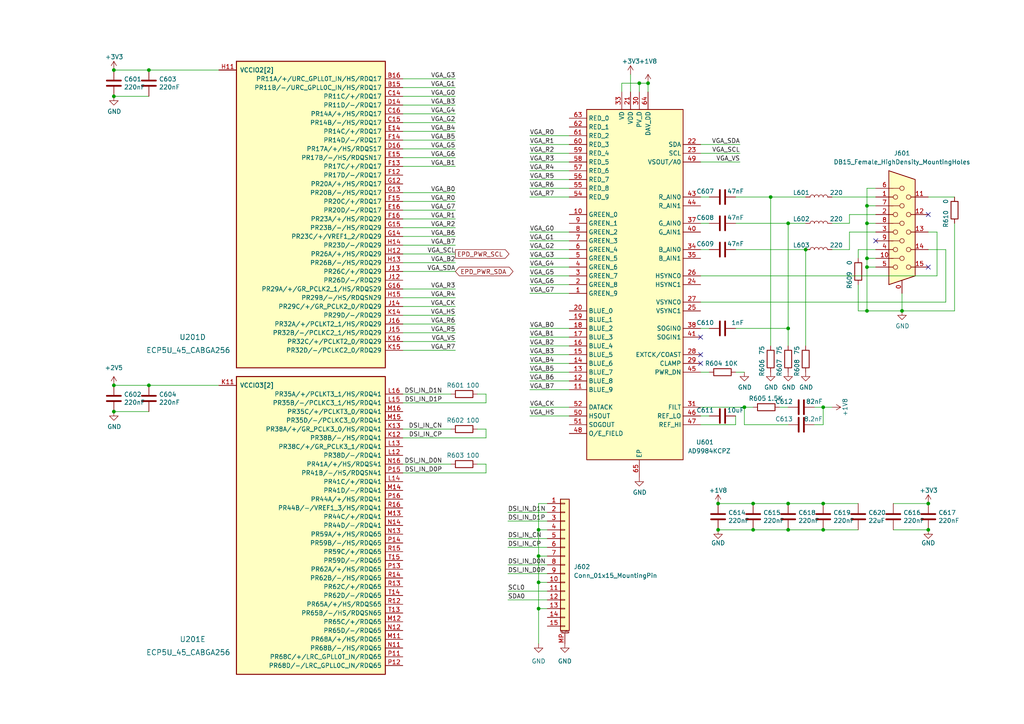
<source format=kicad_sch>
(kicad_sch (version 20210621) (generator eeschema)
  (paper "A4")
  (junction (at 33.02 20.32))
  (junction (at 33.02 27.94))
  (junction (at 33.02 111.76))
  (junction (at 33.02 119.38))
  (junction (at 43.18 20.32) (diameter 0.9144))
  (junction (at 43.18 111.76))
  (junction (at 156.21 153.67))
  (junction (at 156.21 161.29))
  (junction (at 156.21 168.91))
  (junction (at 156.21 176.53))
  (junction (at 185.42 24.13))
  (junction (at 187.96 24.13))
  (junction (at 208.28 146.05))
  (junction (at 208.28 153.67) (diameter 0.9144))
  (junction (at 215.9 118.11))
  (junction (at 218.44 146.05) (diameter 0.9144))
  (junction (at 218.44 153.67) (diameter 0.9144))
  (junction (at 223.52 57.15))
  (junction (at 228.6 64.77))
  (junction (at 228.6 95.25))
  (junction (at 228.6 146.05))
  (junction (at 228.6 153.67))
  (junction (at 233.68 72.39))
  (junction (at 238.76 118.11))
  (junction (at 238.76 146.05))
  (junction (at 238.76 153.67))
  (junction (at 251.46 59.69))
  (junction (at 251.46 64.77))
  (junction (at 251.46 74.93))
  (junction (at 251.46 77.47))
  (junction (at 251.46 90.17))
  (junction (at 261.62 90.17))
  (junction (at 269.24 146.05))
  (junction (at 269.24 153.67))
  (no_connect (at 203.2 97.79))
  (no_connect (at 203.2 102.87))
  (no_connect (at 203.2 105.41))
  (no_connect (at 254 69.85))
  (no_connect (at 269.24 62.23))
  (no_connect (at 269.24 77.47))
  (wire (pts (xy 33.02 20.32) (xy 43.18 20.32)))
  (wire (pts (xy 33.02 111.76) (xy 43.18 111.76)))
  (wire (pts (xy 33.02 119.38) (xy 43.18 119.38)))
  (wire (pts (xy 43.18 20.32) (xy 63.5 20.32)))
  (wire (pts (xy 43.18 27.94) (xy 33.02 27.94)))
  (wire (pts (xy 43.18 111.76) (xy 63.5 111.76)))
  (wire (pts (xy 116.84 114.3) (xy 130.81 114.3)))
  (wire (pts (xy 116.84 116.84) (xy 140.97 116.84)))
  (wire (pts (xy 116.84 124.46) (xy 130.81 124.46)))
  (wire (pts (xy 116.84 127) (xy 140.97 127)))
  (wire (pts (xy 116.84 134.62) (xy 130.81 134.62)))
  (wire (pts (xy 116.84 137.16) (xy 140.97 137.16)))
  (wire (pts (xy 132.08 22.86) (xy 116.84 22.86)))
  (wire (pts (xy 132.08 25.4) (xy 116.84 25.4)))
  (wire (pts (xy 132.08 27.94) (xy 116.84 27.94)))
  (wire (pts (xy 132.08 30.48) (xy 116.84 30.48)))
  (wire (pts (xy 132.08 33.02) (xy 116.84 33.02)))
  (wire (pts (xy 132.08 35.56) (xy 116.84 35.56)))
  (wire (pts (xy 132.08 38.1) (xy 116.84 38.1)))
  (wire (pts (xy 132.08 40.64) (xy 116.84 40.64)))
  (wire (pts (xy 132.08 43.18) (xy 116.84 43.18)))
  (wire (pts (xy 132.08 45.72) (xy 116.84 45.72)))
  (wire (pts (xy 132.08 48.26) (xy 116.84 48.26)))
  (wire (pts (xy 132.08 55.88) (xy 116.84 55.88)))
  (wire (pts (xy 132.08 58.42) (xy 116.84 58.42)))
  (wire (pts (xy 132.08 60.96) (xy 116.84 60.96)))
  (wire (pts (xy 132.08 63.5) (xy 116.84 63.5)))
  (wire (pts (xy 132.08 66.04) (xy 116.84 66.04)))
  (wire (pts (xy 132.08 68.58) (xy 116.84 68.58)))
  (wire (pts (xy 132.08 71.12) (xy 116.84 71.12)))
  (wire (pts (xy 132.08 73.66) (xy 116.84 73.66)))
  (wire (pts (xy 132.08 76.2) (xy 116.84 76.2)))
  (wire (pts (xy 132.08 78.74) (xy 116.84 78.74)))
  (wire (pts (xy 132.08 83.82) (xy 116.84 83.82)))
  (wire (pts (xy 132.08 86.36) (xy 116.84 86.36)))
  (wire (pts (xy 132.08 88.9) (xy 116.84 88.9)))
  (wire (pts (xy 132.08 91.44) (xy 116.84 91.44)))
  (wire (pts (xy 132.08 93.98) (xy 116.84 93.98)))
  (wire (pts (xy 132.08 96.52) (xy 116.84 96.52)))
  (wire (pts (xy 132.08 99.06) (xy 116.84 99.06)))
  (wire (pts (xy 132.08 101.6) (xy 116.84 101.6)))
  (wire (pts (xy 138.43 114.3) (xy 140.97 114.3)))
  (wire (pts (xy 138.43 124.46) (xy 140.97 124.46)))
  (wire (pts (xy 138.43 134.62) (xy 140.97 134.62)))
  (wire (pts (xy 140.97 114.3) (xy 140.97 116.84)))
  (wire (pts (xy 140.97 124.46) (xy 140.97 127)))
  (wire (pts (xy 140.97 134.62) (xy 140.97 137.16)))
  (wire (pts (xy 147.32 148.59) (xy 158.75 148.59)))
  (wire (pts (xy 147.32 151.13) (xy 158.75 151.13)))
  (wire (pts (xy 147.32 156.21) (xy 158.75 156.21)))
  (wire (pts (xy 147.32 158.75) (xy 158.75 158.75)))
  (wire (pts (xy 147.32 163.83) (xy 158.75 163.83)))
  (wire (pts (xy 147.32 166.37) (xy 158.75 166.37)))
  (wire (pts (xy 147.32 171.45) (xy 158.75 171.45)))
  (wire (pts (xy 147.32 173.99) (xy 158.75 173.99)))
  (wire (pts (xy 153.67 39.37) (xy 165.1 39.37)))
  (wire (pts (xy 153.67 41.91) (xy 165.1 41.91)))
  (wire (pts (xy 153.67 44.45) (xy 165.1 44.45)))
  (wire (pts (xy 153.67 46.99) (xy 165.1 46.99)))
  (wire (pts (xy 153.67 49.53) (xy 165.1 49.53)))
  (wire (pts (xy 153.67 52.07) (xy 165.1 52.07)))
  (wire (pts (xy 153.67 54.61) (xy 165.1 54.61)))
  (wire (pts (xy 153.67 57.15) (xy 165.1 57.15)))
  (wire (pts (xy 153.67 67.31) (xy 165.1 67.31)))
  (wire (pts (xy 153.67 69.85) (xy 165.1 69.85)))
  (wire (pts (xy 153.67 72.39) (xy 165.1 72.39)))
  (wire (pts (xy 153.67 74.93) (xy 165.1 74.93)))
  (wire (pts (xy 153.67 77.47) (xy 165.1 77.47)))
  (wire (pts (xy 153.67 80.01) (xy 165.1 80.01)))
  (wire (pts (xy 153.67 82.55) (xy 165.1 82.55)))
  (wire (pts (xy 153.67 85.09) (xy 165.1 85.09)))
  (wire (pts (xy 153.67 95.25) (xy 165.1 95.25)))
  (wire (pts (xy 153.67 97.79) (xy 165.1 97.79)))
  (wire (pts (xy 153.67 100.33) (xy 165.1 100.33)))
  (wire (pts (xy 153.67 102.87) (xy 165.1 102.87)))
  (wire (pts (xy 153.67 105.41) (xy 165.1 105.41)))
  (wire (pts (xy 153.67 107.95) (xy 165.1 107.95)))
  (wire (pts (xy 153.67 110.49) (xy 165.1 110.49)))
  (wire (pts (xy 153.67 113.03) (xy 165.1 113.03)))
  (wire (pts (xy 153.67 118.11) (xy 165.1 118.11)))
  (wire (pts (xy 153.67 120.65) (xy 165.1 120.65)))
  (wire (pts (xy 156.21 146.05) (xy 156.21 153.67)))
  (wire (pts (xy 156.21 153.67) (xy 156.21 161.29)))
  (wire (pts (xy 156.21 161.29) (xy 156.21 168.91)))
  (wire (pts (xy 156.21 168.91) (xy 156.21 176.53)))
  (wire (pts (xy 156.21 176.53) (xy 156.21 186.69)))
  (wire (pts (xy 158.75 146.05) (xy 156.21 146.05)))
  (wire (pts (xy 158.75 153.67) (xy 156.21 153.67)))
  (wire (pts (xy 158.75 161.29) (xy 156.21 161.29)))
  (wire (pts (xy 158.75 168.91) (xy 156.21 168.91)))
  (wire (pts (xy 158.75 176.53) (xy 156.21 176.53)))
  (wire (pts (xy 180.34 24.13) (xy 185.42 24.13)))
  (wire (pts (xy 180.34 26.67) (xy 180.34 24.13)))
  (wire (pts (xy 182.88 21.59) (xy 182.88 26.67)))
  (wire (pts (xy 185.42 24.13) (xy 185.42 26.67)))
  (wire (pts (xy 185.42 24.13) (xy 187.96 24.13)))
  (wire (pts (xy 187.96 24.13) (xy 187.96 26.67)))
  (wire (pts (xy 203.2 41.91) (xy 214.63 41.91)))
  (wire (pts (xy 203.2 44.45) (xy 214.63 44.45)))
  (wire (pts (xy 203.2 46.99) (xy 214.63 46.99)))
  (wire (pts (xy 203.2 57.15) (xy 205.74 57.15)))
  (wire (pts (xy 203.2 64.77) (xy 205.74 64.77)))
  (wire (pts (xy 203.2 72.39) (xy 205.74 72.39)))
  (wire (pts (xy 203.2 95.25) (xy 205.74 95.25)))
  (wire (pts (xy 203.2 107.95) (xy 205.74 107.95)))
  (wire (pts (xy 203.2 118.11) (xy 215.9 118.11)))
  (wire (pts (xy 203.2 120.65) (xy 205.74 120.65)))
  (wire (pts (xy 208.28 146.05) (xy 218.44 146.05)))
  (wire (pts (xy 208.28 153.67) (xy 218.44 153.67)))
  (wire (pts (xy 213.36 57.15) (xy 223.52 57.15)))
  (wire (pts (xy 213.36 64.77) (xy 228.6 64.77)))
  (wire (pts (xy 213.36 72.39) (xy 233.68 72.39)))
  (wire (pts (xy 213.36 95.25) (xy 228.6 95.25)))
  (wire (pts (xy 213.36 107.95) (xy 215.9 107.95)))
  (wire (pts (xy 213.36 120.65) (xy 213.36 123.19)))
  (wire (pts (xy 213.36 123.19) (xy 203.2 123.19)))
  (wire (pts (xy 215.9 118.11) (xy 218.44 118.11)))
  (wire (pts (xy 215.9 123.19) (xy 215.9 118.11)))
  (wire (pts (xy 218.44 146.05) (xy 228.6 146.05)))
  (wire (pts (xy 218.44 153.67) (xy 228.6 153.67)))
  (wire (pts (xy 223.52 57.15) (xy 223.52 100.33)))
  (wire (pts (xy 223.52 57.15) (xy 233.68 57.15)))
  (wire (pts (xy 226.06 118.11) (xy 228.6 118.11)))
  (wire (pts (xy 228.6 64.77) (xy 228.6 95.25)))
  (wire (pts (xy 228.6 64.77) (xy 233.68 64.77)))
  (wire (pts (xy 228.6 95.25) (xy 228.6 100.33)))
  (wire (pts (xy 228.6 123.19) (xy 215.9 123.19)))
  (wire (pts (xy 228.6 146.05) (xy 238.76 146.05)))
  (wire (pts (xy 233.68 72.39) (xy 233.68 100.33)))
  (wire (pts (xy 236.22 118.11) (xy 238.76 118.11)))
  (wire (pts (xy 236.22 123.19) (xy 238.76 123.19)))
  (wire (pts (xy 238.76 118.11) (xy 238.76 123.19)))
  (wire (pts (xy 238.76 118.11) (xy 241.3 118.11)))
  (wire (pts (xy 238.76 153.67) (xy 228.6 153.67)))
  (wire (pts (xy 238.76 153.67) (xy 248.92 153.67)))
  (wire (pts (xy 241.3 57.15) (xy 254 57.15)))
  (wire (pts (xy 241.3 64.77) (xy 246.38 64.77)))
  (wire (pts (xy 241.3 72.39) (xy 246.38 72.39)))
  (wire (pts (xy 246.38 62.23) (xy 254 62.23)))
  (wire (pts (xy 246.38 64.77) (xy 246.38 62.23)))
  (wire (pts (xy 246.38 67.31) (xy 254 67.31)))
  (wire (pts (xy 246.38 72.39) (xy 246.38 67.31)))
  (wire (pts (xy 248.92 72.39) (xy 254 72.39)))
  (wire (pts (xy 248.92 74.93) (xy 248.92 72.39)))
  (wire (pts (xy 248.92 82.55) (xy 248.92 90.17)))
  (wire (pts (xy 248.92 90.17) (xy 251.46 90.17)))
  (wire (pts (xy 248.92 146.05) (xy 238.76 146.05)))
  (wire (pts (xy 251.46 54.61) (xy 251.46 59.69)))
  (wire (pts (xy 251.46 59.69) (xy 251.46 64.77)))
  (wire (pts (xy 251.46 59.69) (xy 254 59.69)))
  (wire (pts (xy 251.46 64.77) (xy 251.46 74.93)))
  (wire (pts (xy 251.46 64.77) (xy 254 64.77)))
  (wire (pts (xy 251.46 74.93) (xy 251.46 77.47)))
  (wire (pts (xy 251.46 74.93) (xy 254 74.93)))
  (wire (pts (xy 251.46 77.47) (xy 251.46 90.17)))
  (wire (pts (xy 251.46 77.47) (xy 254 77.47)))
  (wire (pts (xy 251.46 90.17) (xy 261.62 90.17)))
  (wire (pts (xy 254 54.61) (xy 251.46 54.61)))
  (wire (pts (xy 259.08 146.05) (xy 269.24 146.05)))
  (wire (pts (xy 259.08 153.67) (xy 269.24 153.67)))
  (wire (pts (xy 261.62 85.09) (xy 261.62 90.17)))
  (wire (pts (xy 269.24 57.15) (xy 276.86 57.15)))
  (wire (pts (xy 269.24 67.31) (xy 271.78 67.31)))
  (wire (pts (xy 269.24 72.39) (xy 274.32 72.39)))
  (wire (pts (xy 271.78 67.31) (xy 271.78 80.01)))
  (wire (pts (xy 271.78 80.01) (xy 203.2 80.01)))
  (wire (pts (xy 274.32 72.39) (xy 274.32 87.63)))
  (wire (pts (xy 274.32 87.63) (xy 203.2 87.63)))
  (wire (pts (xy 276.86 64.77) (xy 276.86 90.17)))
  (wire (pts (xy 276.86 90.17) (xy 261.62 90.17)))
  (label "DSI_IN_D1N" (at 128.27 114.3 180))
  (label "DSI_IN_D1P" (at 128.27 116.84 180))
  (label "DSI_IN_CN" (at 128.27 124.46 180))
  (label "DSI_IN_CP" (at 128.27 127 180))
  (label "DSI_IN_D0N" (at 128.27 134.62 180))
  (label "DSI_IN_D0P" (at 128.27 137.16 180))
  (label "VGA_G3" (at 132.08 22.86 180))
  (label "VGA_G1" (at 132.08 25.4 180))
  (label "VGA_G0" (at 132.08 27.94 180))
  (label "VGA_B3" (at 132.08 30.48 180))
  (label "VGA_G4" (at 132.08 33.02 180))
  (label "VGA_G2" (at 132.08 35.56 180))
  (label "VGA_B4" (at 132.08 38.1 180))
  (label "VGA_B5" (at 132.08 40.64 180))
  (label "VGA_G5" (at 132.08 43.18 180))
  (label "VGA_G6" (at 132.08 45.72 180))
  (label "VGA_B1" (at 132.08 48.26 180))
  (label "VGA_B0" (at 132.08 55.88 180))
  (label "VGA_R0" (at 132.08 58.42 180))
  (label "VGA_G7" (at 132.08 60.96 180))
  (label "VGA_R1" (at 132.08 63.5 180))
  (label "VGA_R2" (at 132.08 66.04 180))
  (label "VGA_B6" (at 132.08 68.58 180))
  (label "VGA_B7" (at 132.08 71.12 180))
  (label "VGA_SCL" (at 132.08 73.66 180))
  (label "VGA_B2" (at 132.08 76.2 180))
  (label "VGA_SDA" (at 132.08 78.74 180))
  (label "VGA_R3" (at 132.08 83.82 180))
  (label "VGA_R4" (at 132.08 86.36 180))
  (label "VGA_CK" (at 132.08 88.9 180))
  (label "VGA_HS" (at 132.08 91.44 180))
  (label "VGA_R6" (at 132.08 93.98 180))
  (label "VGA_R5" (at 132.08 96.52 180))
  (label "VGA_VS" (at 132.08 99.06 180))
  (label "VGA_R7" (at 132.08 101.6 180))
  (label "DSI_IN_D1N" (at 147.32 148.59 0))
  (label "DSI_IN_D1P" (at 147.32 151.13 0))
  (label "DSI_IN_CN" (at 147.32 156.21 0))
  (label "DSI_IN_CP" (at 147.32 158.75 0))
  (label "DSI_IN_D0N" (at 147.32 163.83 0))
  (label "DSI_IN_D0P" (at 147.32 166.37 0))
  (label "SCL0" (at 147.32 171.45 0))
  (label "SDA0" (at 147.32 173.99 0))
  (label "VGA_R0" (at 153.67 39.37 0))
  (label "VGA_R1" (at 153.67 41.91 0))
  (label "VGA_R2" (at 153.67 44.45 0))
  (label "VGA_R3" (at 153.67 46.99 0))
  (label "VGA_R4" (at 153.67 49.53 0))
  (label "VGA_R5" (at 153.67 52.07 0))
  (label "VGA_R6" (at 153.67 54.61 0))
  (label "VGA_R7" (at 153.67 57.15 0))
  (label "VGA_G0" (at 153.67 67.31 0))
  (label "VGA_G1" (at 153.67 69.85 0))
  (label "VGA_G2" (at 153.67 72.39 0))
  (label "VGA_G3" (at 153.67 74.93 0))
  (label "VGA_G4" (at 153.67 77.47 0))
  (label "VGA_G5" (at 153.67 80.01 0))
  (label "VGA_G6" (at 153.67 82.55 0))
  (label "VGA_G7" (at 153.67 85.09 0))
  (label "VGA_B0" (at 153.67 95.25 0))
  (label "VGA_B1" (at 153.67 97.79 0))
  (label "VGA_B2" (at 153.67 100.33 0))
  (label "VGA_B3" (at 153.67 102.87 0))
  (label "VGA_B4" (at 153.67 105.41 0))
  (label "VGA_B5" (at 153.67 107.95 0))
  (label "VGA_B6" (at 153.67 110.49 0))
  (label "VGA_B7" (at 153.67 113.03 0))
  (label "VGA_CK" (at 153.67 118.11 0))
  (label "VGA_HS" (at 153.67 120.65 0))
  (label "VGA_SDA" (at 214.63 41.91 180))
  (label "VGA_SCL" (at 214.63 44.45 180))
  (label "VGA_VS" (at 214.63 46.99 180))
  (global_label "EPD_PWR_SCL" (shape output) (at 132.08 73.66 0) (property "Intersheet References" "${INTERSHEET_REFS}" (effects hide)))
  (global_label "EPD_PWR_SDA" (shape bidirectional) (at 132.08 78.74 0) (property "Intersheet References" "${INTERSHEET_REFS}" (effects hide)))
  (symbol (lib_id "power:+3V3") (at 33.02 20.32 0) (unit 1)
    (property "Reference" "#PWR0151" (effects hide))
    (property "Value" "+3V3" (at 30.48 16.5099 0) (effects (justify left)))
  )
  (symbol (lib_id "power:+2V5") (at 33.02 111.76 0) (unit 1)
    (property "Reference" "#PWR0603" (effects hide))
    (property "Value" "+2V5" (at 33.02 106.68 0))
  )
  (symbol (lib_id "power:+3V3") (at 182.88 21.59 0) (unit 1)
    (property "Reference" "#PWR0154" (effects hide))
    (property "Value" "+3V3" (at 180.34 17.7799 0) (effects (justify left)))
  )
  (symbol (lib_id "power:+1V8") (at 187.96 24.13 0) (unit 1)
    (property "Reference" "#PWR0606" (effects hide))
    (property "Value" "+1V8" (at 187.96 17.78 0))
  )
  (symbol (lib_id "power:+1V8") (at 208.28 146.05 0) (unit 1)
    (property "Reference" "#PWR0142" (effects hide))
    (property "Value" "+1V8" (at 208.28 142.24 0))
  )
  (symbol (lib_id "power:+1V8") (at 241.3 118.11 270) (unit 1)
    (property "Reference" "#PWR0613" (effects hide))
    (property "Value" "+1V8" (at 245.11 118.11 0))
  )
  (symbol (lib_id "power:+3V3") (at 269.24 146.05 0) (unit 1)
    (property "Reference" "#PWR0153" (effects hide))
    (property "Value" "+3V3" (at 266.7 142.2399 0) (effects (justify left)))
  )
  (symbol (lib_id "power:GND") (at 33.02 27.94 0) (unit 1)
    (property "Reference" "#PWR0602" (effects hide))
    (property "Value" "GND" (at 33.147 32.3342 0))
  )
  (symbol (lib_id "power:GND") (at 33.02 119.38 0) (unit 1)
    (property "Reference" "#PWR0604" (effects hide))
    (property "Value" "GND" (at 33.147 123.7742 0))
  )
  (symbol (lib_id "power:GND") (at 156.21 186.69 0) (unit 1)
    (property "Reference" "#PWR0605" (effects hide))
    (property "Value" "GND" (at 156.21 191.77 0))
  )
  (symbol (lib_id "power:GND") (at 163.83 186.69 0) (unit 1)
    (property "Reference" "#PWR0607" (effects hide))
    (property "Value" "GND" (at 163.83 191.77 0))
  )
  (symbol (lib_id "power:GND") (at 185.42 138.43 0) (unit 1)
    (property "Reference" "#PWR0608" (effects hide))
    (property "Value" "GND" (at 185.547 142.8242 0))
  )
  (symbol (lib_id "power:GND") (at 208.28 153.67 0) (unit 1)
    (property "Reference" "#PWR0141" (effects hide))
    (property "Value" "GND" (at 208.28 157.48 0))
  )
  (symbol (lib_id "power:GND") (at 215.9 107.95 0) (unit 1)
    (property "Reference" "#PWR0609" (effects hide))
    (property "Value" "GND" (at 216.027 112.3442 0))
  )
  (symbol (lib_id "power:GND") (at 223.52 107.95 0) (unit 1)
    (property "Reference" "#PWR0610" (effects hide))
    (property "Value" "GND" (at 223.647 112.3442 0))
  )
  (symbol (lib_id "power:GND") (at 228.6 107.95 0) (unit 1)
    (property "Reference" "#PWR0611" (effects hide))
    (property "Value" "GND" (at 228.727 112.3442 0))
  )
  (symbol (lib_id "power:GND") (at 233.68 107.95 0) (unit 1)
    (property "Reference" "#PWR0612" (effects hide))
    (property "Value" "GND" (at 233.807 112.3442 0))
  )
  (symbol (lib_id "power:GND") (at 261.62 90.17 0) (unit 1)
    (property "Reference" "#PWR0614" (effects hide))
    (property "Value" "GND" (at 261.747 94.5642 0))
  )
  (symbol (lib_id "power:GND") (at 269.24 153.67 0) (unit 1)
    (property "Reference" "#PWR0152" (effects hide))
    (property "Value" "GND" (at 269.24 157.48 0))
  )
  (symbol (lib_id "Device:L") (at 237.49 57.15 90) (unit 1)
    (property "Reference" "L601" (at 232.41 55.88 90))
    (property "Value" "220" (at 242.57 55.88 90))
    (property "Footprint" "Inductor_SMD:L_0402_1005Metric" (effects hide))
  )
  (symbol (lib_id "Device:L") (at 237.49 64.77 90) (unit 1)
    (property "Reference" "L602" (at 232.41 63.5 90))
    (property "Value" "220" (at 242.57 63.5 90))
    (property "Footprint" "Inductor_SMD:L_0402_1005Metric" (effects hide))
  )
  (symbol (lib_id "Device:L") (at 237.49 72.39 90) (unit 1)
    (property "Reference" "L603" (at 232.41 71.12 90))
    (property "Value" "220" (at 242.57 71.12 90))
    (property "Footprint" "Inductor_SMD:L_0402_1005Metric" (effects hide))
  )
  (symbol (lib_id "Device:R") (at 134.62 114.3 270) (unit 1)
    (property "Reference" "R601" (at 132.08 111.76 90))
    (property "Value" "100" (at 137.16 111.76 90))
    (property "Footprint" "Resistor_SMD:R_0402_1005Metric" (effects hide))
  )
  (symbol (lib_id "Device:R") (at 134.62 124.46 270) (unit 1)
    (property "Reference" "R602" (at 132.08 121.92 90))
    (property "Value" "100" (at 137.16 121.92 90))
    (property "Footprint" "Resistor_SMD:R_0402_1005Metric" (effects hide))
  )
  (symbol (lib_id "Device:R") (at 134.62 134.62 270) (unit 1)
    (property "Reference" "R603" (at 132.08 132.08 90))
    (property "Value" "100" (at 137.16 132.08 90))
    (property "Footprint" "Resistor_SMD:R_0402_1005Metric" (effects hide))
  )
  (symbol (lib_id "Device:R") (at 209.55 107.95 270) (unit 1)
    (property "Reference" "R604" (at 207.01 105.41 90))
    (property "Value" "10K" (at 212.09 105.41 90))
    (property "Footprint" "Resistor_SMD:R_0402_1005Metric" (effects hide))
  )
  (symbol (lib_id "Device:R") (at 222.25 118.11 270) (unit 1)
    (property "Reference" "R605" (at 219.71 115.57 90))
    (property "Value" "1.5K" (at 224.79 115.57 90))
    (property "Footprint" "Resistor_SMD:R_0402_1005Metric" (effects hide))
  )
  (symbol (lib_id "Device:R") (at 223.52 104.14 0) (unit 1)
    (property "Reference" "R606" (at 220.98 106.68 90))
    (property "Value" "75" (at 220.98 101.6 90))
    (property "Footprint" "Resistor_SMD:R_0402_1005Metric" (effects hide))
  )
  (symbol (lib_id "Device:R") (at 228.6 104.14 0) (unit 1)
    (property "Reference" "R607" (at 226.06 106.68 90))
    (property "Value" "75" (at 226.06 101.6 90))
    (property "Footprint" "Resistor_SMD:R_0402_1005Metric" (effects hide))
  )
  (symbol (lib_id "Device:R") (at 233.68 104.14 0) (unit 1)
    (property "Reference" "R608" (at 231.14 106.68 90))
    (property "Value" "75" (at 231.14 101.6 90))
    (property "Footprint" "Resistor_SMD:R_0402_1005Metric" (effects hide))
  )
  (symbol (lib_id "Device:R") (at 248.92 78.74 0) (unit 1)
    (property "Reference" "R609" (at 246.38 81.28 90))
    (property "Value" "0" (at 246.38 76.2 90))
    (property "Footprint" "Resistor_SMD:R_0402_1005Metric" (effects hide))
  )
  (symbol (lib_id "Device:R") (at 276.86 60.96 0) (unit 1)
    (property "Reference" "R610" (at 274.32 63.5 90))
    (property "Value" "0" (at 274.32 58.42 90))
    (property "Footprint" "Resistor_SMD:R_0402_1005Metric" (effects hide))
  )
  (symbol (lib_id "Device:C") (at 33.02 24.13 0) (unit 1)
    (property "Reference" "C601" (at 35.941 22.9616 0) (effects (justify left)))
    (property "Value" "220nF" (at 35.941 25.273 0) (effects (justify left)))
    (property "Footprint" "Capacitor_SMD:C_0402_1005Metric" (effects hide))
  )
  (symbol (lib_id "Device:C") (at 33.02 115.57 0) (unit 1)
    (property "Reference" "C602" (at 35.941 114.4016 0) (effects (justify left)))
    (property "Value" "220nF" (at 35.941 116.713 0) (effects (justify left)))
    (property "Footprint" "Capacitor_SMD:C_0402_1005Metric" (effects hide))
  )
  (symbol (lib_id "Device:C") (at 43.18 24.13 0) (unit 1)
    (property "Reference" "C603" (at 46.101 22.9616 0) (effects (justify left)))
    (property "Value" "220nF" (at 46.101 25.273 0) (effects (justify left)))
    (property "Footprint" "Capacitor_SMD:C_0402_1005Metric" (effects hide))
  )
  (symbol (lib_id "Device:C") (at 43.18 115.57 0) (unit 1)
    (property "Reference" "C604" (at 46.101 114.4016 0) (effects (justify left)))
    (property "Value" "220nF" (at 46.101 116.713 0) (effects (justify left)))
    (property "Footprint" "Capacitor_SMD:C_0402_1005Metric" (effects hide))
  )
  (symbol (lib_id "Device:C") (at 208.28 149.86 0) (unit 1)
    (property "Reference" "C614" (at 211.201 148.6916 0) (effects (justify left)))
    (property "Value" "220nF" (at 211.201 151.003 0) (effects (justify left)))
    (property "Footprint" "Capacitor_SMD:C_0402_1005Metric" (effects hide))
  )
  (symbol (lib_id "Device:C") (at 209.55 57.15 90) (unit 1)
    (property "Reference" "C607" (at 207.1116 55.499 90) (effects (justify left)))
    (property "Value" "47nF" (at 215.773 55.499 90) (effects (justify left)))
    (property "Footprint" "Capacitor_SMD:C_0402_1005Metric" (effects hide))
  )
  (symbol (lib_id "Device:C") (at 209.55 64.77 90) (unit 1)
    (property "Reference" "C608" (at 207.1116 63.119 90) (effects (justify left)))
    (property "Value" "47nF" (at 215.773 63.119 90) (effects (justify left)))
    (property "Footprint" "Capacitor_SMD:C_0402_1005Metric" (effects hide))
  )
  (symbol (lib_id "Device:C") (at 209.55 72.39 90) (unit 1)
    (property "Reference" "C609" (at 207.1116 70.739 90) (effects (justify left)))
    (property "Value" "47nF" (at 215.773 70.739 90) (effects (justify left)))
    (property "Footprint" "Capacitor_SMD:C_0402_1005Metric" (effects hide))
  )
  (symbol (lib_id "Device:C") (at 209.55 95.25 90) (unit 1)
    (property "Reference" "C610" (at 207.1116 93.599 90) (effects (justify left)))
    (property "Value" "1nF" (at 215.773 93.599 90) (effects (justify left)))
    (property "Footprint" "Capacitor_SMD:C_0402_1005Metric" (effects hide))
  )
  (symbol (lib_id "Device:C") (at 209.55 120.65 90) (unit 1)
    (property "Reference" "C611" (at 207.1116 118.999 90) (effects (justify left)))
    (property "Value" "10uF" (at 215.773 118.999 90) (effects (justify left)))
    (property "Footprint" "Capacitor_SMD:C_0603_1608Metric" (effects hide))
  )
  (symbol (lib_id "Device:C") (at 218.44 149.86 0) (unit 1)
    (property "Reference" "C615" (at 221.361 148.6916 0) (effects (justify left)))
    (property "Value" "220nF" (at 221.361 151.003 0) (effects (justify left)))
    (property "Footprint" "Capacitor_SMD:C_0402_1005Metric" (effects hide))
  )
  (symbol (lib_id "Device:C") (at 228.6 149.86 0) (unit 1)
    (property "Reference" "C618" (at 231.521 148.6916 0) (effects (justify left)))
    (property "Value" "220nF" (at 231.521 151.003 0) (effects (justify left)))
    (property "Footprint" "Capacitor_SMD:C_0402_1005Metric" (effects hide))
  )
  (symbol (lib_id "Device:C") (at 232.41 118.11 90) (unit 1)
    (property "Reference" "C612" (at 229.9716 116.459 90) (effects (justify left)))
    (property "Value" "82nF" (at 238.633 116.459 90) (effects (justify left)))
    (property "Footprint" "Capacitor_SMD:C_0402_1005Metric" (effects hide))
  )
  (symbol (lib_id "Device:C") (at 232.41 123.19 90) (unit 1)
    (property "Reference" "C613" (at 229.9716 121.539 90) (effects (justify left)))
    (property "Value" "8.2nF" (at 238.633 121.539 90) (effects (justify left)))
    (property "Footprint" "Capacitor_SMD:C_0402_1005Metric" (effects hide))
  )
  (symbol (lib_id "Device:C") (at 238.76 149.86 0) (unit 1)
    (property "Reference" "C619" (at 241.681 148.6916 0) (effects (justify left)))
    (property "Value" "220nF" (at 241.681 151.003 0) (effects (justify left)))
    (property "Footprint" "Capacitor_SMD:C_0402_1005Metric" (effects hide))
  )
  (symbol (lib_id "Device:C") (at 248.92 149.86 0) (unit 1)
    (property "Reference" "C620" (at 251.841 148.6916 0) (effects (justify left)))
    (property "Value" "22uF" (at 251.841 151.003 0) (effects (justify left)))
    (property "Footprint" "Capacitor_SMD:C_0603_1608Metric" (effects hide))
  )
  (symbol (lib_id "Device:C") (at 259.08 149.86 0) (unit 1)
    (property "Reference" "C616" (at 262.001 148.6916 0) (effects (justify left)))
    (property "Value" "220nF" (at 262.001 151.003 0) (effects (justify left)))
    (property "Footprint" "Capacitor_SMD:C_0402_1005Metric" (effects hide))
  )
  (symbol (lib_id "Device:C") (at 269.24 149.86 0) (unit 1)
    (property "Reference" "C617" (at 272.161 148.6916 0) (effects (justify left)))
    (property "Value" "220nF" (at 272.161 151.003 0) (effects (justify left)))
    (property "Footprint" "Capacitor_SMD:C_0402_1005Metric" (effects hide))
  )
  (symbol (lib_id "Connector_Generic_MountingPin:Conn_01x15_MountingPin") (at 163.83 163.83 0) (unit 1)
    (property "Reference" "J602" (at 166.37 164.4014 0) (effects (justify left)))
    (property "Value" "Conn_01x15_MountingPin" (at 166.37 166.9414 0) (effects (justify left)))
    (property "Footprint" "Connector_FFC-FPC:TE_1-84952-5_1x15-1MP_P1.0mm_Horizontal" (effects hide))
  )
  (symbol (lib_id "Connector:DB15_Female_HighDensity_MountingHoles") (at 261.62 67.31 0) (unit 1)
    (property "Reference" "J601" (at 261.62 44.45 0))
    (property "Value" "DB15_Female_HighDensity_MountingHoles" (at 261.62 46.99 0))
    (property "Footprint" "Connector_Dsub:DSUB-15-HD_Female_Horizontal_P2.29x1.98mm_EdgePinOffset3.03mm_Housed_MountingHolesOffset4.94mm" (effects hide))
    (property "Datasheet" " ~" (effects hide))
  )
  (symbol (lib_id "symbols:AD9984KCPZ") (at 182.88 82.55 0) (mirror y) (unit 1)
    (property "Reference" "U601" (at 204.47 128.27 0))
    (property "Value" "AD9984KCPZ" (at 205.74 130.81 0))
    (property "Footprint" "Package_DFN_QFN:QFN-64-1EP_9x9mm_P0.5mm_EP4.7x4.7mm" (effects hide))
    (property "Datasheet" "http://www.analog.com/media/en/technical-documentation/data-sheets/AD9984A.pdf" (effects hide))
  )
  (symbol (lib_name "ECP5U_45_CABGA256_6") (lib_id "symbols:ECP5U_45_CABGA256") (at 116.84 114.3 0) (mirror y) (unit 5)
    (property "Reference" "U201" (at 55.88 185.42 0) (effects (font (size 1.524 1.524))))
    (property "Value" "ECP5U_45_CABGA256" (at 54.61 189.23 0) (effects (font (size 1.524 1.524))))
    (property "Footprint" "Package_BGA:BGA-256_14.0x14.0mm_Layout16x16_P0.8mm_Ball0.45mm_Pad0.32mm_NSMD" (effects hide))
    (property "manf#" "ECP5U_45" (effects hide))
  )
  (symbol (lib_id "symbols:ECP5U_45_CABGA256") (at 116.84 22.86 0) (mirror y) (unit 4)
    (property "Reference" "U201" (at 55.88 97.79 0) (effects (font (size 1.524 1.524))))
    (property "Value" "ECP5U_45_CABGA256" (at 54.61 101.6 0) (effects (font (size 1.524 1.524))))
    (property "Footprint" "Package_BGA:BGA-256_14.0x14.0mm_Layout16x16_P0.8mm_Ball0.45mm_Pad0.32mm_NSMD" (effects hide))
    (property "manf#" "ECP5U_45" (effects hide))
  )
)
</source>
